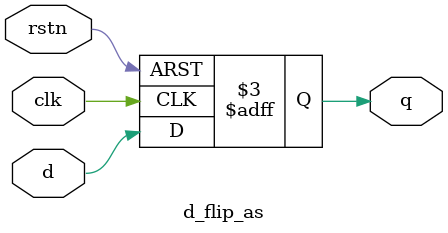
<source format=v>
`timescale 1ns / 1ps


module d_flip_as(
input d,
input rstn,
input clk,
output reg q
    );
    always @(posedge clk or negedge rstn)
        if(!rstn)
            q<=0;
        else
            q<=d;
endmodule

</source>
